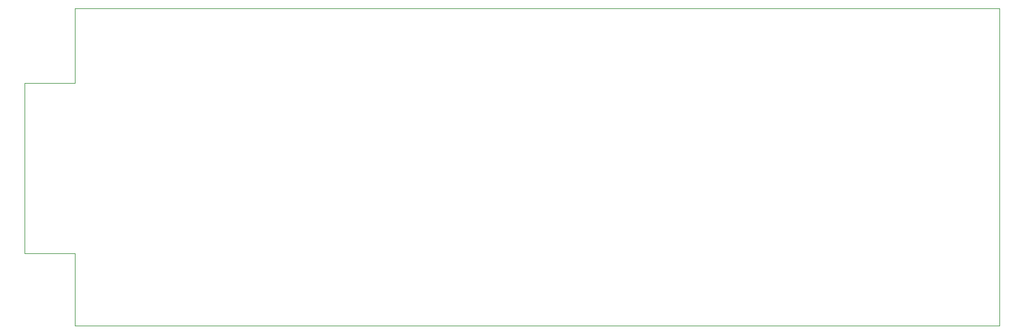
<source format=gbr>
%TF.GenerationSoftware,KiCad,Pcbnew,(5.1.9)-1*%
%TF.CreationDate,2022-06-19T13:41:10+03:00*%
%TF.ProjectId,jantteri-motor-pwr,6a616e74-7465-4726-992d-6d6f746f722d,rev?*%
%TF.SameCoordinates,Original*%
%TF.FileFunction,Profile,NP*%
%FSLAX46Y46*%
G04 Gerber Fmt 4.6, Leading zero omitted, Abs format (unit mm)*
G04 Created by KiCad (PCBNEW (5.1.9)-1) date 2022-06-19 13:41:10*
%MOMM*%
%LPD*%
G01*
G04 APERTURE LIST*
%TA.AperFunction,Profile*%
%ADD10C,0.100000*%
%TD*%
G04 APERTURE END LIST*
D10*
X63906400Y-136093200D02*
X71018400Y-136093200D01*
X63906400Y-124002800D02*
X63906400Y-136093200D01*
X63906400Y-111963200D02*
X71018400Y-111963200D01*
X63906400Y-124002800D02*
X63906400Y-111963200D01*
X71018400Y-111963200D02*
X71018400Y-101396800D01*
X71018400Y-146354800D02*
X71018400Y-136093200D01*
X201625200Y-101396800D02*
X71018400Y-101396800D01*
X201625200Y-146354800D02*
X201625200Y-101396800D01*
X71018400Y-146354800D02*
X201625200Y-146354800D01*
M02*

</source>
